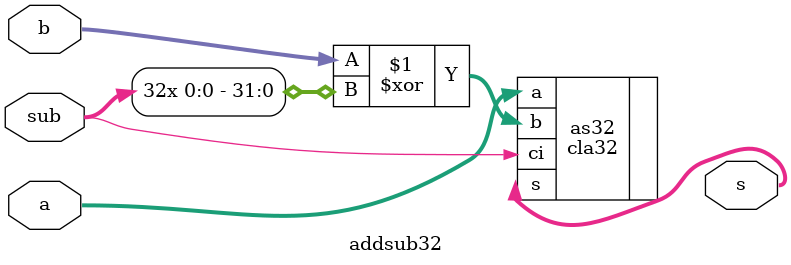
<source format=v>
`timescale 1ns / 1ps


module addsub32(
    input [31:0] a,
    input [31:0] b,
    input sub,
    output [31:0] s
    );
    
    cla32 as32(.a(a), .b(b^{32{sub}}), .ci(sub), .s(s));
endmodule

</source>
